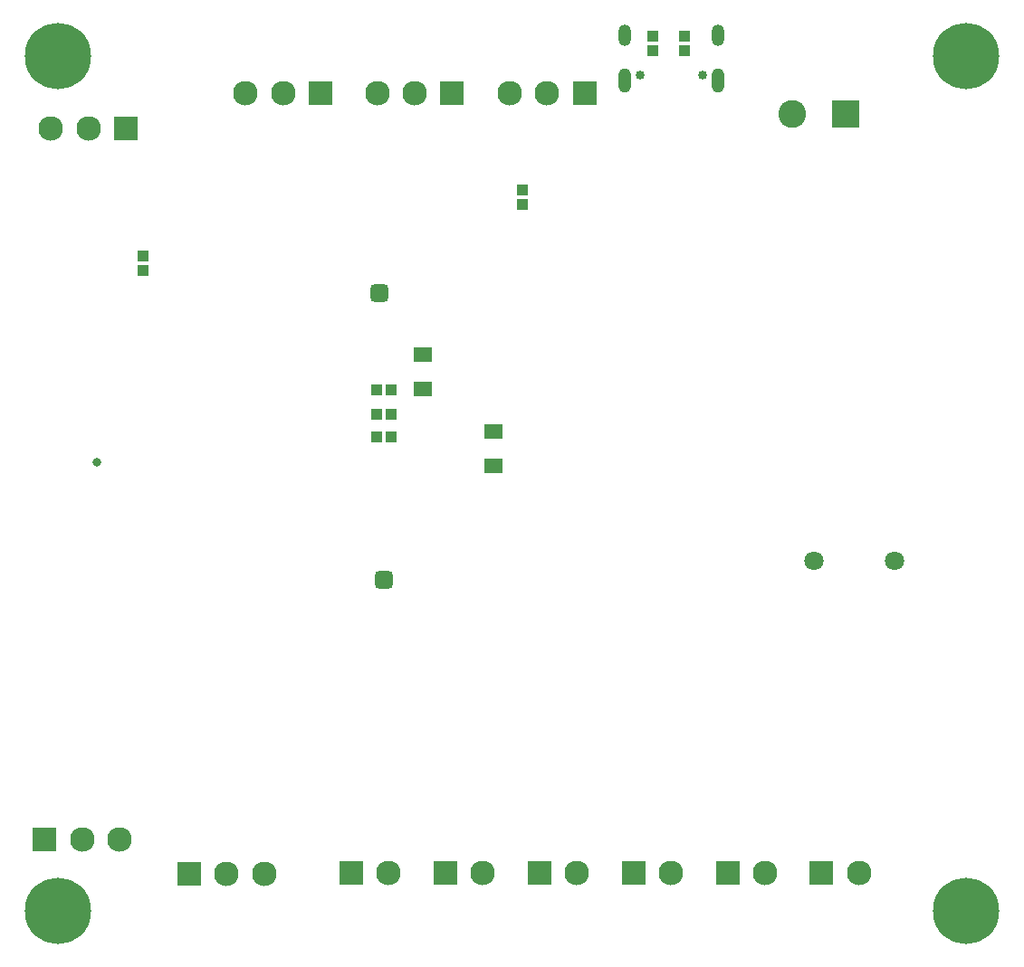
<source format=gbs>
G04*
G04 #@! TF.GenerationSoftware,Altium Limited,Altium Designer,19.1.9 (167)*
G04*
G04 Layer_Color=16711935*
%FSLAX42Y42*%
%MOMM*%
G71*
G01*
G75*
%ADD49R,1.05X1.05*%
%ADD50R,1.05X1.05*%
%ADD58R,1.80X1.40*%
%ADD75C,1.80*%
%ADD76R,2.60X2.60*%
%ADD77C,2.60*%
%ADD78O,1.20X2.00*%
%ADD79O,1.20X2.30*%
%ADD80C,0.85*%
G04:AMPARAMS|DCode=81|XSize=1.73mm|YSize=1.73mm|CornerRadius=0.48mm|HoleSize=0mm|Usage=FLASHONLY|Rotation=90.000|XOffset=0mm|YOffset=0mm|HoleType=Round|Shape=RoundedRectangle|*
%AMROUNDEDRECTD81*
21,1,1.73,0.76,0,0,90.0*
21,1,0.76,1.73,0,0,90.0*
1,1,0.97,0.38,0.38*
1,1,0.97,0.38,-0.38*
1,1,0.97,-0.38,-0.38*
1,1,0.97,-0.38,0.38*
%
%ADD81ROUNDEDRECTD81*%
%ADD82C,2.30*%
%ADD83R,2.30X2.30*%
%ADD84C,6.20*%
G04:AMPARAMS|DCode=85|XSize=1.73mm|YSize=1.73mm|CornerRadius=0.48mm|HoleSize=0mm|Usage=FLASHONLY|Rotation=0.000|XOffset=0mm|YOffset=0mm|HoleType=Round|Shape=RoundedRectangle|*
%AMROUNDEDRECTD85*
21,1,1.73,0.76,0,0,0.0*
21,1,0.76,1.73,0,0,0.0*
1,1,0.97,0.38,-0.38*
1,1,0.97,-0.38,-0.38*
1,1,0.97,-0.38,0.38*
1,1,0.97,0.38,0.38*
%
%ADD85ROUNDEDRECTD85*%
%ADD86C,0.80*%
D49*
X2980Y4880D02*
D03*
X3120Y4880D02*
D03*
X2980Y4650D02*
D03*
X3120D02*
D03*
X2980Y4440D02*
D03*
X3120Y4440D02*
D03*
D50*
X5865Y8050D02*
D03*
Y8190D02*
D03*
X5565Y8050D02*
D03*
Y8190D02*
D03*
X802Y5990D02*
D03*
Y6130D02*
D03*
X4350Y6610D02*
D03*
Y6750D02*
D03*
D58*
X3415Y4883D02*
D03*
X3415Y5203D02*
D03*
X4078Y4485D02*
D03*
X4078Y4165D02*
D03*
D75*
X7070Y3278D02*
D03*
X7830D02*
D03*
D76*
X7370Y7460D02*
D03*
D77*
X6870D02*
D03*
D78*
X5308Y8194D02*
D03*
X6172D02*
D03*
D79*
X5308Y7776D02*
D03*
X6172Y7776D02*
D03*
D80*
X6029Y7826D02*
D03*
X5451D02*
D03*
D81*
X3010Y5780D02*
D03*
D82*
X580Y670D02*
D03*
X231D02*
D03*
X-60Y7320D02*
D03*
X290D02*
D03*
X6615Y356D02*
D03*
X7495Y356D02*
D03*
X4855D02*
D03*
X5735D02*
D03*
X3975Y356D02*
D03*
X3095Y356D02*
D03*
X1760Y7650D02*
D03*
X2110D02*
D03*
X2990D02*
D03*
X3340D02*
D03*
X1930Y350D02*
D03*
X1580D02*
D03*
X4230Y7650D02*
D03*
X4580D02*
D03*
D83*
X-120Y670D02*
D03*
X640Y7320D02*
D03*
X6265Y356D02*
D03*
X7145Y356D02*
D03*
X4505D02*
D03*
X5385D02*
D03*
X3625Y356D02*
D03*
X2745D02*
D03*
X2460Y7650D02*
D03*
X3690D02*
D03*
X1230Y350D02*
D03*
X4930Y7650D02*
D03*
D84*
X8500Y8000D02*
D03*
X0D02*
D03*
X8500Y0D02*
D03*
X0D02*
D03*
D85*
X3052Y3100D02*
D03*
D86*
X370Y4200D02*
D03*
M02*

</source>
